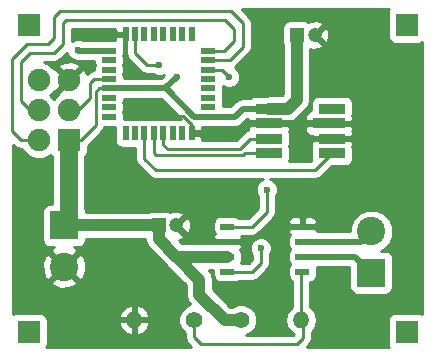
<source format=gbr>
G04 #@! TF.FileFunction,Copper,L1,Top,Signal*
%FSLAX46Y46*%
G04 Gerber Fmt 4.6, Leading zero omitted, Abs format (unit mm)*
G04 Created by KiCad (PCBNEW 4.0.6) date 2017 July 13, Thursday 09:48:37*
%MOMM*%
%LPD*%
G01*
G04 APERTURE LIST*
%ADD10C,0.100000*%
%ADD11R,1.900000X1.900000*%
%ADD12C,1.900000*%
%ADD13R,1.200000X1.200000*%
%ADD14C,1.200000*%
%ADD15C,2.400000*%
%ADD16R,2.400000X2.400000*%
%ADD17C,1.400000*%
%ADD18O,1.400000X1.400000*%
%ADD19R,1.200000X0.500000*%
%ADD20R,0.500000X1.200000*%
%ADD21R,1.143000X0.508000*%
%ADD22R,2.250000X0.900000*%
%ADD23R,2.800000X0.900000*%
%ADD24C,0.600000*%
%ADD25C,1.500000*%
%ADD26C,0.500000*%
%ADD27C,0.250000*%
%ADD28C,1.000000*%
%ADD29C,0.254000*%
G04 APERTURE END LIST*
D10*
D11*
X120396000Y-96774000D03*
D12*
X117856000Y-96774000D03*
X120396000Y-94234000D03*
X117856000Y-94234000D03*
X120396000Y-91694000D03*
X117856000Y-91694000D03*
D13*
X139700000Y-87884000D03*
D14*
X141200000Y-87884000D03*
D13*
X128000000Y-104000000D03*
D14*
X129500000Y-104000000D03*
D15*
X120000000Y-107500000D03*
D16*
X120000000Y-104000000D03*
D15*
X146000000Y-104500000D03*
D16*
X146000000Y-108000000D03*
D17*
X135000000Y-112000000D03*
D18*
X140080000Y-112000000D03*
D17*
X131000000Y-112000000D03*
D18*
X125920000Y-112000000D03*
D19*
X123800000Y-89200000D03*
X123800000Y-90000000D03*
X123800000Y-90800000D03*
X123800000Y-91600000D03*
X123800000Y-92400000D03*
X123800000Y-93200000D03*
X123800000Y-94000000D03*
X123800000Y-94800000D03*
D20*
X125200000Y-96200000D03*
X126000000Y-96200000D03*
X126800000Y-96200000D03*
X127600000Y-96200000D03*
X128400000Y-96200000D03*
X129200000Y-96200000D03*
X130000000Y-96200000D03*
X130800000Y-96200000D03*
D19*
X132200000Y-94800000D03*
X132200000Y-94000000D03*
X132200000Y-93200000D03*
X132200000Y-92400000D03*
X132200000Y-91600000D03*
X132200000Y-90800000D03*
X132200000Y-90000000D03*
X132200000Y-89200000D03*
D20*
X130800000Y-87800000D03*
X130000000Y-87800000D03*
X129200000Y-87800000D03*
X128400000Y-87800000D03*
X127600000Y-87800000D03*
X126800000Y-87800000D03*
X126000000Y-87800000D03*
X125200000Y-87800000D03*
D21*
X140175000Y-104095000D03*
X140175000Y-105365000D03*
X140175000Y-106635000D03*
X140175000Y-107905000D03*
X133825000Y-107905000D03*
X133825000Y-106635000D03*
X133825000Y-105365000D03*
X133825000Y-104095000D03*
D11*
X117000000Y-113000000D03*
X149000000Y-87000000D03*
X149000000Y-113000000D03*
X117000000Y-87000000D03*
D22*
X137325270Y-94098830D03*
X137325270Y-95348831D03*
X137325270Y-96648831D03*
X137325270Y-97898830D03*
X142675280Y-94098830D03*
D23*
X142400280Y-95348831D03*
D22*
X142675280Y-96648831D03*
X142675280Y-97898830D03*
D24*
X121158000Y-89154000D03*
X129540000Y-91440000D03*
X125984000Y-93980000D03*
X125984000Y-90932000D03*
X137160000Y-100965000D03*
X133985000Y-91440000D03*
X136652000Y-105918000D03*
X128016000Y-90424000D03*
D25*
X120396000Y-96774000D02*
X120396000Y-103604000D01*
X120396000Y-103604000D02*
X120000000Y-104000000D01*
D26*
X128524000Y-92400000D02*
X128580000Y-92400000D01*
X121204000Y-89200000D02*
X123800000Y-89200000D01*
X121158000Y-89154000D02*
X121204000Y-89200000D01*
X128580000Y-92400000D02*
X129540000Y-91440000D01*
D27*
X122682000Y-92710000D02*
X122682000Y-95504000D01*
X122992000Y-92400000D02*
X122682000Y-92710000D01*
X123800000Y-92400000D02*
X122992000Y-92400000D01*
X121412000Y-96774000D02*
X120396000Y-96774000D01*
X122682000Y-95504000D02*
X121412000Y-96774000D01*
D28*
X139700000Y-87884000D02*
X139700000Y-93345000D01*
X138946170Y-94098830D02*
X137325270Y-94098830D01*
X139700000Y-93345000D02*
X138946170Y-94098830D01*
D26*
X132200000Y-94800000D02*
X134435000Y-94800000D01*
X135136170Y-94098830D02*
X137325270Y-94098830D01*
X134435000Y-94800000D02*
X135136170Y-94098830D01*
X132200000Y-94800000D02*
X130995000Y-94800000D01*
X128595000Y-92400000D02*
X128524000Y-92400000D01*
X128524000Y-92400000D02*
X123800000Y-92400000D01*
X130995000Y-94800000D02*
X128595000Y-92400000D01*
D28*
X129540000Y-106635000D02*
X129540000Y-106680000D01*
X133590000Y-112000000D02*
X135000000Y-112000000D01*
X131445000Y-109855000D02*
X133590000Y-112000000D01*
X131445000Y-108585000D02*
X131445000Y-109855000D01*
X129540000Y-106680000D02*
X131445000Y-108585000D01*
X133825000Y-106635000D02*
X129540000Y-106635000D01*
X129540000Y-106635000D02*
X129495000Y-106635000D01*
X128000000Y-105140000D02*
X128000000Y-104000000D01*
X129495000Y-106635000D02*
X128000000Y-105140000D01*
X120000000Y-104000000D02*
X128000000Y-104000000D01*
D27*
X125200000Y-87800000D02*
X125200000Y-90148000D01*
X130800000Y-95494000D02*
X130800000Y-96200000D01*
X130048000Y-94742000D02*
X130800000Y-95494000D01*
X126746000Y-94742000D02*
X130048000Y-94742000D01*
X125984000Y-93980000D02*
X126746000Y-94742000D01*
X125200000Y-90148000D02*
X125984000Y-90932000D01*
D26*
X137325270Y-95348831D02*
X142400280Y-95348831D01*
X130800000Y-96200000D02*
X134940000Y-96200000D01*
X134940000Y-96200000D02*
X135791169Y-95348831D01*
X135791169Y-95348831D02*
X137325270Y-95348831D01*
X145135000Y-105365000D02*
X146000000Y-104500000D01*
X140175000Y-105365000D02*
X145135000Y-105365000D01*
X144635000Y-106635000D02*
X146000000Y-108000000D01*
X140175000Y-106635000D02*
X144635000Y-106635000D01*
D27*
X117856000Y-96774000D02*
X116332000Y-96774000D01*
X134028000Y-90000000D02*
X132200000Y-90000000D01*
X135128000Y-88900000D02*
X134028000Y-90000000D01*
X135128000Y-86868000D02*
X135128000Y-88900000D01*
X134112000Y-85852000D02*
X135128000Y-86868000D01*
X119634000Y-85852000D02*
X134112000Y-85852000D01*
X119126000Y-86360000D02*
X119634000Y-85852000D01*
X119126000Y-88138000D02*
X119126000Y-86360000D01*
X118618000Y-88646000D02*
X119126000Y-88138000D01*
X116840000Y-88646000D02*
X118618000Y-88646000D01*
X115570000Y-89916000D02*
X116840000Y-88646000D01*
X115570000Y-96012000D02*
X115570000Y-89916000D01*
X116332000Y-96774000D02*
X115570000Y-96012000D01*
X132284000Y-89916000D02*
X132200000Y-90000000D01*
X123800000Y-91600000D02*
X122522000Y-91600000D01*
X122174000Y-93218000D02*
X121158000Y-94234000D01*
X122174000Y-91948000D02*
X122174000Y-93218000D01*
X122522000Y-91600000D02*
X122174000Y-91948000D01*
X121158000Y-94234000D02*
X120396000Y-94234000D01*
X120396000Y-94234000D02*
X120904000Y-94234000D01*
X123706000Y-91694000D02*
X123800000Y-91600000D01*
X117856000Y-94234000D02*
X117094000Y-94234000D01*
X117094000Y-94234000D02*
X116332000Y-93472000D01*
X116332000Y-93472000D02*
X116332000Y-90170000D01*
X116332000Y-90170000D02*
X117094000Y-89408000D01*
X117094000Y-89408000D02*
X119126000Y-89408000D01*
X119126000Y-89408000D02*
X119888000Y-88646000D01*
X119888000Y-88646000D02*
X119888000Y-86868000D01*
X119888000Y-86868000D02*
X120142000Y-86614000D01*
X120142000Y-86614000D02*
X133604000Y-86614000D01*
X133604000Y-86614000D02*
X134366000Y-87376000D01*
X134366000Y-87376000D02*
X134366000Y-88392000D01*
X134366000Y-88392000D02*
X133558000Y-89200000D01*
X133558000Y-89200000D02*
X132200000Y-89200000D01*
X140080000Y-112000000D02*
X140080000Y-108000000D01*
X140080000Y-108000000D02*
X140175000Y-107905000D01*
X131000000Y-112000000D02*
X131000000Y-113474000D01*
X140208000Y-113538000D02*
X140208000Y-112128000D01*
X139700000Y-114046000D02*
X140208000Y-113538000D01*
X131572000Y-114046000D02*
X139700000Y-114046000D01*
X131000000Y-113474000D02*
X131572000Y-114046000D01*
X140208000Y-112128000D02*
X140080000Y-112000000D01*
X126800000Y-96200000D02*
X126800000Y-98352000D01*
X141260110Y-99314000D02*
X142675280Y-97898830D01*
X127762000Y-99314000D02*
X141260110Y-99314000D01*
X126800000Y-98352000D02*
X127762000Y-99314000D01*
X137325270Y-97898830D02*
X135273170Y-97898830D01*
X127600000Y-97882000D02*
X127600000Y-96200000D01*
X127762000Y-98044000D02*
X127600000Y-97882000D01*
X135128000Y-98044000D02*
X127762000Y-98044000D01*
X135273170Y-97898830D02*
X135128000Y-98044000D01*
X128400000Y-96200000D02*
X128400000Y-97158000D01*
X135761169Y-96648831D02*
X137325270Y-96648831D01*
X134874000Y-97536000D02*
X135761169Y-96648831D01*
X128778000Y-97536000D02*
X134874000Y-97536000D01*
X128400000Y-97158000D02*
X128778000Y-97536000D01*
X132200000Y-90800000D02*
X133345000Y-90800000D01*
X135890000Y-104140000D02*
X133870000Y-104140000D01*
X137160000Y-102870000D02*
X135890000Y-104140000D01*
X137160000Y-100965000D02*
X137160000Y-102870000D01*
X133345000Y-90800000D02*
X133985000Y-91440000D01*
X133870000Y-104140000D02*
X133825000Y-104095000D01*
X135935000Y-107905000D02*
X133825000Y-107905000D01*
X136652000Y-107188000D02*
X135935000Y-107905000D01*
X136652000Y-105918000D02*
X136652000Y-107188000D01*
X126000000Y-89424000D02*
X127000000Y-90424000D01*
X127000000Y-90424000D02*
X128016000Y-90424000D01*
X126000000Y-87800000D02*
X126000000Y-89424000D01*
D29*
G36*
X115794599Y-97311401D02*
X116041161Y-97476148D01*
X116332000Y-97534000D01*
X116455053Y-97534000D01*
X116511519Y-97670657D01*
X116956997Y-98116914D01*
X117539341Y-98358724D01*
X118169893Y-98359275D01*
X118752657Y-98118481D01*
X118869927Y-98001415D01*
X118981910Y-98175441D01*
X119011000Y-98195317D01*
X119011000Y-102152560D01*
X118800000Y-102152560D01*
X118564683Y-102196838D01*
X118348559Y-102335910D01*
X118203569Y-102548110D01*
X118152560Y-102800000D01*
X118152560Y-105200000D01*
X118196838Y-105435317D01*
X118335910Y-105651441D01*
X118548110Y-105796431D01*
X118800000Y-105847440D01*
X119169181Y-105847440D01*
X119005565Y-105915212D01*
X118882430Y-106202825D01*
X120000000Y-107320395D01*
X121117570Y-106202825D01*
X120994435Y-105915212D01*
X120816564Y-105847440D01*
X121200000Y-105847440D01*
X121435317Y-105803162D01*
X121651441Y-105664090D01*
X121796431Y-105451890D01*
X121847440Y-105200000D01*
X121847440Y-105135000D01*
X126865000Y-105135000D01*
X126865000Y-105140000D01*
X126951397Y-105574346D01*
X127087366Y-105777838D01*
X127197434Y-105942566D01*
X128692434Y-107437566D01*
X128719410Y-107455591D01*
X128737434Y-107482566D01*
X130310000Y-109055132D01*
X130310000Y-109855000D01*
X130396397Y-110289346D01*
X130642434Y-110657566D01*
X130674776Y-110689908D01*
X130244771Y-110867582D01*
X129868902Y-111242796D01*
X129665232Y-111733287D01*
X129664769Y-112264383D01*
X129867582Y-112755229D01*
X130240000Y-113128297D01*
X130240000Y-113474000D01*
X130297852Y-113764839D01*
X130462599Y-114011401D01*
X130741198Y-114290000D01*
X118486228Y-114290000D01*
X118546431Y-114201890D01*
X118597440Y-113950000D01*
X118597440Y-112333329D01*
X124627284Y-112333329D01*
X124770203Y-112678396D01*
X125117337Y-113066764D01*
X125586669Y-113292727D01*
X125793000Y-113170206D01*
X125793000Y-112127000D01*
X126047000Y-112127000D01*
X126047000Y-113170206D01*
X126253331Y-113292727D01*
X126722663Y-113066764D01*
X127069797Y-112678396D01*
X127212716Y-112333329D01*
X127089374Y-112127000D01*
X126047000Y-112127000D01*
X125793000Y-112127000D01*
X124750626Y-112127000D01*
X124627284Y-112333329D01*
X118597440Y-112333329D01*
X118597440Y-112050000D01*
X118553162Y-111814683D01*
X118457919Y-111666671D01*
X124627284Y-111666671D01*
X124750626Y-111873000D01*
X125793000Y-111873000D01*
X125793000Y-110829794D01*
X126047000Y-110829794D01*
X126047000Y-111873000D01*
X127089374Y-111873000D01*
X127212716Y-111666671D01*
X127069797Y-111321604D01*
X126722663Y-110933236D01*
X126253331Y-110707273D01*
X126047000Y-110829794D01*
X125793000Y-110829794D01*
X125586669Y-110707273D01*
X125117337Y-110933236D01*
X124770203Y-111321604D01*
X124627284Y-111666671D01*
X118457919Y-111666671D01*
X118414090Y-111598559D01*
X118201890Y-111453569D01*
X117950000Y-111402560D01*
X116050000Y-111402560D01*
X115814683Y-111446838D01*
X115710000Y-111514200D01*
X115710000Y-108797175D01*
X118882430Y-108797175D01*
X119005565Y-109084788D01*
X119687734Y-109344707D01*
X120417443Y-109323786D01*
X120994435Y-109084788D01*
X121117570Y-108797175D01*
X120000000Y-107679605D01*
X118882430Y-108797175D01*
X115710000Y-108797175D01*
X115710000Y-107187734D01*
X118155293Y-107187734D01*
X118176214Y-107917443D01*
X118415212Y-108494435D01*
X118702825Y-108617570D01*
X119820395Y-107500000D01*
X120179605Y-107500000D01*
X121297175Y-108617570D01*
X121584788Y-108494435D01*
X121844707Y-107812266D01*
X121823786Y-107082557D01*
X121584788Y-106505565D01*
X121297175Y-106382430D01*
X120179605Y-107500000D01*
X119820395Y-107500000D01*
X118702825Y-106382430D01*
X118415212Y-106505565D01*
X118155293Y-107187734D01*
X115710000Y-107187734D01*
X115710000Y-97226802D01*
X115794599Y-97311401D01*
X115794599Y-97311401D01*
G37*
X115794599Y-97311401D02*
X116041161Y-97476148D01*
X116332000Y-97534000D01*
X116455053Y-97534000D01*
X116511519Y-97670657D01*
X116956997Y-98116914D01*
X117539341Y-98358724D01*
X118169893Y-98359275D01*
X118752657Y-98118481D01*
X118869927Y-98001415D01*
X118981910Y-98175441D01*
X119011000Y-98195317D01*
X119011000Y-102152560D01*
X118800000Y-102152560D01*
X118564683Y-102196838D01*
X118348559Y-102335910D01*
X118203569Y-102548110D01*
X118152560Y-102800000D01*
X118152560Y-105200000D01*
X118196838Y-105435317D01*
X118335910Y-105651441D01*
X118548110Y-105796431D01*
X118800000Y-105847440D01*
X119169181Y-105847440D01*
X119005565Y-105915212D01*
X118882430Y-106202825D01*
X120000000Y-107320395D01*
X121117570Y-106202825D01*
X120994435Y-105915212D01*
X120816564Y-105847440D01*
X121200000Y-105847440D01*
X121435317Y-105803162D01*
X121651441Y-105664090D01*
X121796431Y-105451890D01*
X121847440Y-105200000D01*
X121847440Y-105135000D01*
X126865000Y-105135000D01*
X126865000Y-105140000D01*
X126951397Y-105574346D01*
X127087366Y-105777838D01*
X127197434Y-105942566D01*
X128692434Y-107437566D01*
X128719410Y-107455591D01*
X128737434Y-107482566D01*
X130310000Y-109055132D01*
X130310000Y-109855000D01*
X130396397Y-110289346D01*
X130642434Y-110657566D01*
X130674776Y-110689908D01*
X130244771Y-110867582D01*
X129868902Y-111242796D01*
X129665232Y-111733287D01*
X129664769Y-112264383D01*
X129867582Y-112755229D01*
X130240000Y-113128297D01*
X130240000Y-113474000D01*
X130297852Y-113764839D01*
X130462599Y-114011401D01*
X130741198Y-114290000D01*
X118486228Y-114290000D01*
X118546431Y-114201890D01*
X118597440Y-113950000D01*
X118597440Y-112333329D01*
X124627284Y-112333329D01*
X124770203Y-112678396D01*
X125117337Y-113066764D01*
X125586669Y-113292727D01*
X125793000Y-113170206D01*
X125793000Y-112127000D01*
X126047000Y-112127000D01*
X126047000Y-113170206D01*
X126253331Y-113292727D01*
X126722663Y-113066764D01*
X127069797Y-112678396D01*
X127212716Y-112333329D01*
X127089374Y-112127000D01*
X126047000Y-112127000D01*
X125793000Y-112127000D01*
X124750626Y-112127000D01*
X124627284Y-112333329D01*
X118597440Y-112333329D01*
X118597440Y-112050000D01*
X118553162Y-111814683D01*
X118457919Y-111666671D01*
X124627284Y-111666671D01*
X124750626Y-111873000D01*
X125793000Y-111873000D01*
X125793000Y-110829794D01*
X126047000Y-110829794D01*
X126047000Y-111873000D01*
X127089374Y-111873000D01*
X127212716Y-111666671D01*
X127069797Y-111321604D01*
X126722663Y-110933236D01*
X126253331Y-110707273D01*
X126047000Y-110829794D01*
X125793000Y-110829794D01*
X125586669Y-110707273D01*
X125117337Y-110933236D01*
X124770203Y-111321604D01*
X124627284Y-111666671D01*
X118457919Y-111666671D01*
X118414090Y-111598559D01*
X118201890Y-111453569D01*
X117950000Y-111402560D01*
X116050000Y-111402560D01*
X115814683Y-111446838D01*
X115710000Y-111514200D01*
X115710000Y-108797175D01*
X118882430Y-108797175D01*
X119005565Y-109084788D01*
X119687734Y-109344707D01*
X120417443Y-109323786D01*
X120994435Y-109084788D01*
X121117570Y-108797175D01*
X120000000Y-107679605D01*
X118882430Y-108797175D01*
X115710000Y-108797175D01*
X115710000Y-107187734D01*
X118155293Y-107187734D01*
X118176214Y-107917443D01*
X118415212Y-108494435D01*
X118702825Y-108617570D01*
X119820395Y-107500000D01*
X120179605Y-107500000D01*
X121297175Y-108617570D01*
X121584788Y-108494435D01*
X121844707Y-107812266D01*
X121823786Y-107082557D01*
X121584788Y-106505565D01*
X121297175Y-106382430D01*
X120179605Y-107500000D01*
X119820395Y-107500000D01*
X118702825Y-106382430D01*
X118415212Y-106505565D01*
X118155293Y-107187734D01*
X115710000Y-107187734D01*
X115710000Y-97226802D01*
X115794599Y-97311401D01*
G36*
X147453569Y-85798110D02*
X147402560Y-86050000D01*
X147402560Y-87950000D01*
X147446838Y-88185317D01*
X147585910Y-88401441D01*
X147798110Y-88546431D01*
X148050000Y-88597440D01*
X149950000Y-88597440D01*
X150185317Y-88553162D01*
X150290000Y-88485800D01*
X150290000Y-111513772D01*
X150201890Y-111453569D01*
X149950000Y-111402560D01*
X148050000Y-111402560D01*
X147814683Y-111446838D01*
X147598559Y-111585910D01*
X147453569Y-111798110D01*
X147402560Y-112050000D01*
X147402560Y-113950000D01*
X147446838Y-114185317D01*
X147514200Y-114290000D01*
X140530802Y-114290000D01*
X140745401Y-114075401D01*
X140910147Y-113828840D01*
X140910148Y-113828839D01*
X140968000Y-113538000D01*
X140968000Y-112998873D01*
X141050142Y-112943988D01*
X141339533Y-112510882D01*
X141441154Y-112000000D01*
X141339533Y-111489118D01*
X141050142Y-111056012D01*
X140840000Y-110915600D01*
X140840000Y-108788847D01*
X140981817Y-108762162D01*
X141197941Y-108623090D01*
X141342931Y-108410890D01*
X141393940Y-108159000D01*
X141393940Y-107651000D01*
X141369291Y-107520000D01*
X144152560Y-107520000D01*
X144152560Y-109200000D01*
X144196838Y-109435317D01*
X144335910Y-109651441D01*
X144548110Y-109796431D01*
X144800000Y-109847440D01*
X147200000Y-109847440D01*
X147435317Y-109803162D01*
X147651441Y-109664090D01*
X147796431Y-109451890D01*
X147847440Y-109200000D01*
X147847440Y-106800000D01*
X147803162Y-106564683D01*
X147664090Y-106348559D01*
X147451890Y-106203569D01*
X147200000Y-106152560D01*
X146805712Y-106152560D01*
X147038086Y-106056545D01*
X147554730Y-105540801D01*
X147834681Y-104866605D01*
X147835318Y-104136597D01*
X147556545Y-103461914D01*
X147040801Y-102945270D01*
X146366605Y-102665319D01*
X145636597Y-102664682D01*
X144961914Y-102943455D01*
X144445270Y-103459199D01*
X144165319Y-104133395D01*
X144165017Y-104480000D01*
X141379557Y-104480000D01*
X141381500Y-104475309D01*
X141381500Y-104380750D01*
X141222750Y-104222000D01*
X140302000Y-104222000D01*
X140302000Y-104242000D01*
X140048000Y-104242000D01*
X140048000Y-104222000D01*
X139127250Y-104222000D01*
X138968500Y-104380750D01*
X138968500Y-104475309D01*
X139065173Y-104708698D01*
X139091709Y-104735235D01*
X139007069Y-104859110D01*
X138956060Y-105111000D01*
X138956060Y-105619000D01*
X139000338Y-105854317D01*
X139094666Y-106000907D01*
X139007069Y-106129110D01*
X138956060Y-106381000D01*
X138956060Y-106889000D01*
X139000338Y-107124317D01*
X139094666Y-107270907D01*
X139007069Y-107399110D01*
X138956060Y-107651000D01*
X138956060Y-108159000D01*
X139000338Y-108394317D01*
X139139410Y-108610441D01*
X139320000Y-108733833D01*
X139320000Y-110915600D01*
X139109858Y-111056012D01*
X138820467Y-111489118D01*
X138718846Y-112000000D01*
X138820467Y-112510882D01*
X139109858Y-112943988D01*
X139448000Y-113169926D01*
X139448000Y-113223198D01*
X139385198Y-113286000D01*
X135383531Y-113286000D01*
X135755229Y-113132418D01*
X136131098Y-112757204D01*
X136334768Y-112266713D01*
X136335231Y-111735617D01*
X136132418Y-111244771D01*
X135757204Y-110868902D01*
X135266713Y-110665232D01*
X134735617Y-110664769D01*
X134251020Y-110865000D01*
X134060132Y-110865000D01*
X132580000Y-109384868D01*
X132580000Y-108585000D01*
X132493603Y-108150654D01*
X132247566Y-107782434D01*
X132235132Y-107770000D01*
X132606060Y-107770000D01*
X132606060Y-108159000D01*
X132650338Y-108394317D01*
X132789410Y-108610441D01*
X133001610Y-108755431D01*
X133253500Y-108806440D01*
X134396500Y-108806440D01*
X134631817Y-108762162D01*
X134782811Y-108665000D01*
X135935000Y-108665000D01*
X136225839Y-108607148D01*
X136472401Y-108442401D01*
X137189401Y-107725401D01*
X137354148Y-107478839D01*
X137412000Y-107188000D01*
X137412000Y-106480463D01*
X137444192Y-106448327D01*
X137586838Y-106104799D01*
X137587162Y-105732833D01*
X137445117Y-105389057D01*
X137182327Y-105125808D01*
X136838799Y-104983162D01*
X136466833Y-104982838D01*
X136123057Y-105124883D01*
X135859808Y-105387673D01*
X135717162Y-105731201D01*
X135716838Y-106103167D01*
X135858883Y-106446943D01*
X135892000Y-106480118D01*
X135892000Y-106873198D01*
X135620198Y-107145000D01*
X134990123Y-107145000D01*
X134992931Y-107140890D01*
X135043940Y-106889000D01*
X135043940Y-106381000D01*
X134999662Y-106145683D01*
X134908896Y-106004629D01*
X134934827Y-105978698D01*
X135031500Y-105745309D01*
X135031500Y-105650750D01*
X134872750Y-105492000D01*
X133952000Y-105492000D01*
X133952000Y-105512000D01*
X133885328Y-105512000D01*
X133825000Y-105500000D01*
X133698000Y-105500000D01*
X133698000Y-105492000D01*
X132777250Y-105492000D01*
X132769250Y-105500000D01*
X129965132Y-105500000D01*
X129690697Y-105225565D01*
X129821413Y-105217482D01*
X130133617Y-105088164D01*
X130183130Y-104862735D01*
X129500000Y-104179605D01*
X129485858Y-104193748D01*
X129306253Y-104014143D01*
X129320395Y-104000000D01*
X129679605Y-104000000D01*
X130362735Y-104683130D01*
X130588164Y-104633617D01*
X130747807Y-104168964D01*
X130717482Y-103678587D01*
X130588164Y-103366383D01*
X130362735Y-103316870D01*
X129679605Y-104000000D01*
X129320395Y-104000000D01*
X129306253Y-103985858D01*
X129485858Y-103806253D01*
X129500000Y-103820395D01*
X130183130Y-103137265D01*
X130133617Y-102911836D01*
X129668964Y-102752193D01*
X129178587Y-102782518D01*
X128956010Y-102874711D01*
X128851890Y-102803569D01*
X128600000Y-102752560D01*
X127400000Y-102752560D01*
X127164683Y-102796838D01*
X127058756Y-102865000D01*
X121847440Y-102865000D01*
X121847440Y-102800000D01*
X121803162Y-102564683D01*
X121781000Y-102530242D01*
X121781000Y-98198669D01*
X121797441Y-98188090D01*
X121942431Y-97975890D01*
X121993440Y-97724000D01*
X121993440Y-97267362D01*
X123219401Y-96041401D01*
X123384148Y-95794840D01*
X123403522Y-95697440D01*
X124302560Y-95697440D01*
X124302560Y-96800000D01*
X124346838Y-97035317D01*
X124485910Y-97251441D01*
X124698110Y-97396431D01*
X124950000Y-97447440D01*
X125450000Y-97447440D01*
X125605507Y-97418179D01*
X125750000Y-97447440D01*
X126040000Y-97447440D01*
X126040000Y-98352000D01*
X126097852Y-98642839D01*
X126262599Y-98889401D01*
X127224599Y-99851401D01*
X127471160Y-100016148D01*
X127519414Y-100025746D01*
X127762000Y-100074000D01*
X136867953Y-100074000D01*
X136631057Y-100171883D01*
X136367808Y-100434673D01*
X136225162Y-100778201D01*
X136224838Y-101150167D01*
X136366883Y-101493943D01*
X136400000Y-101527118D01*
X136400000Y-102555198D01*
X135575198Y-103380000D01*
X134846600Y-103380000D01*
X134648390Y-103244569D01*
X134396500Y-103193560D01*
X133253500Y-103193560D01*
X133018183Y-103237838D01*
X132802059Y-103376910D01*
X132657069Y-103589110D01*
X132606060Y-103841000D01*
X132606060Y-104349000D01*
X132650338Y-104584317D01*
X132741104Y-104725371D01*
X132715173Y-104751302D01*
X132618500Y-104984691D01*
X132618500Y-105079250D01*
X132777250Y-105238000D01*
X133698000Y-105238000D01*
X133698000Y-105218000D01*
X133952000Y-105218000D01*
X133952000Y-105238000D01*
X134872750Y-105238000D01*
X135031500Y-105079250D01*
X135031500Y-104984691D01*
X134996420Y-104900000D01*
X135890000Y-104900000D01*
X136180839Y-104842148D01*
X136427401Y-104677401D01*
X137390111Y-103714691D01*
X138968500Y-103714691D01*
X138968500Y-103809250D01*
X139127250Y-103968000D01*
X140048000Y-103968000D01*
X140048000Y-103364750D01*
X140302000Y-103364750D01*
X140302000Y-103968000D01*
X141222750Y-103968000D01*
X141381500Y-103809250D01*
X141381500Y-103714691D01*
X141284827Y-103481302D01*
X141106199Y-103302673D01*
X140872810Y-103206000D01*
X140460750Y-103206000D01*
X140302000Y-103364750D01*
X140048000Y-103364750D01*
X139889250Y-103206000D01*
X139477190Y-103206000D01*
X139243801Y-103302673D01*
X139065173Y-103481302D01*
X138968500Y-103714691D01*
X137390111Y-103714691D01*
X137697401Y-103407401D01*
X137862148Y-103160840D01*
X137920000Y-102870000D01*
X137920000Y-101527463D01*
X137952192Y-101495327D01*
X138094838Y-101151799D01*
X138095162Y-100779833D01*
X137953117Y-100436057D01*
X137690327Y-100172808D01*
X137452372Y-100074000D01*
X141260110Y-100074000D01*
X141550949Y-100016148D01*
X141797511Y-99851401D01*
X142652642Y-98996270D01*
X143800280Y-98996270D01*
X144035597Y-98951992D01*
X144251721Y-98812920D01*
X144396711Y-98600720D01*
X144447720Y-98348830D01*
X144447720Y-97448830D01*
X144414892Y-97274363D01*
X144435280Y-97225141D01*
X144435280Y-96934581D01*
X144276530Y-96775831D01*
X142802280Y-96775831D01*
X142802280Y-96795831D01*
X142548280Y-96795831D01*
X142548280Y-96775831D01*
X141074030Y-96775831D01*
X140915280Y-96934581D01*
X140915280Y-97225141D01*
X140937349Y-97278420D01*
X140902840Y-97448830D01*
X140902840Y-98348830D01*
X140941445Y-98554000D01*
X139056162Y-98554000D01*
X139097710Y-98348830D01*
X139097710Y-97448830D01*
X139063573Y-97267406D01*
X139097710Y-97098831D01*
X139097710Y-96198831D01*
X139058412Y-95989981D01*
X139085270Y-95925141D01*
X139085270Y-95634581D01*
X140365280Y-95634581D01*
X140365280Y-95925141D01*
X140461953Y-96158530D01*
X140640582Y-96337158D01*
X140873971Y-96433831D01*
X140986030Y-96433831D01*
X141074030Y-96521831D01*
X142548280Y-96521831D01*
X142548280Y-96501831D01*
X142802280Y-96501831D01*
X142802280Y-96521831D01*
X144276530Y-96521831D01*
X144435280Y-96363081D01*
X144435280Y-96072521D01*
X144404757Y-95998831D01*
X144435280Y-95925141D01*
X144435280Y-95634581D01*
X144276530Y-95475831D01*
X142527280Y-95475831D01*
X142527280Y-95495831D01*
X142273280Y-95495831D01*
X142273280Y-95475831D01*
X140524030Y-95475831D01*
X140365280Y-95634581D01*
X139085270Y-95634581D01*
X138926520Y-95475831D01*
X137452270Y-95475831D01*
X137452270Y-95495831D01*
X137198270Y-95495831D01*
X137198270Y-95475831D01*
X135724020Y-95475831D01*
X135565270Y-95634581D01*
X135565270Y-95925141D01*
X135566287Y-95927596D01*
X135518583Y-95937085D01*
X135470329Y-95946683D01*
X135223768Y-96111430D01*
X134559198Y-96776000D01*
X131685000Y-96776000D01*
X131685000Y-96485750D01*
X131526250Y-96327000D01*
X130925000Y-96327000D01*
X130925000Y-96347000D01*
X130897440Y-96347000D01*
X130897440Y-96053000D01*
X130925000Y-96053000D01*
X130925000Y-96073000D01*
X131526250Y-96073000D01*
X131685000Y-95914250D01*
X131685000Y-95697440D01*
X132800000Y-95697440D01*
X132866113Y-95685000D01*
X134434995Y-95685000D01*
X134435000Y-95685001D01*
X134717484Y-95628810D01*
X134773675Y-95617633D01*
X135060790Y-95425790D01*
X135502749Y-94983830D01*
X135565270Y-94983830D01*
X135565270Y-95063081D01*
X135724020Y-95221831D01*
X137198270Y-95221831D01*
X137198270Y-95208568D01*
X137325270Y-95233830D01*
X138946170Y-95233830D01*
X139380516Y-95147433D01*
X139748736Y-94901396D01*
X139877611Y-94772521D01*
X140365280Y-94772521D01*
X140365280Y-95063081D01*
X140524030Y-95221831D01*
X142273280Y-95221831D01*
X142273280Y-95201831D01*
X142527280Y-95201831D01*
X142527280Y-95221831D01*
X144276530Y-95221831D01*
X144435280Y-95063081D01*
X144435280Y-94772521D01*
X144413211Y-94719241D01*
X144447720Y-94548830D01*
X144447720Y-93648830D01*
X144403442Y-93413513D01*
X144264370Y-93197389D01*
X144052170Y-93052399D01*
X143800280Y-93001390D01*
X141550280Y-93001390D01*
X141314963Y-93045668D01*
X141098839Y-93184740D01*
X140953849Y-93396940D01*
X140902840Y-93648830D01*
X140902840Y-94263831D01*
X140873971Y-94263831D01*
X140640582Y-94360504D01*
X140461953Y-94539132D01*
X140365280Y-94772521D01*
X139877611Y-94772521D01*
X140502566Y-94147566D01*
X140748604Y-93779345D01*
X140835000Y-93345000D01*
X140835000Y-89064454D01*
X141031036Y-89131807D01*
X141521413Y-89101482D01*
X141833617Y-88972164D01*
X141883130Y-88746735D01*
X141200000Y-88063605D01*
X141185858Y-88077748D01*
X141006253Y-87898143D01*
X141020395Y-87884000D01*
X141379605Y-87884000D01*
X142062735Y-88567130D01*
X142288164Y-88517617D01*
X142447807Y-88052964D01*
X142417482Y-87562587D01*
X142288164Y-87250383D01*
X142062735Y-87200870D01*
X141379605Y-87884000D01*
X141020395Y-87884000D01*
X141006253Y-87869858D01*
X141185858Y-87690253D01*
X141200000Y-87704395D01*
X141883130Y-87021265D01*
X141833617Y-86795836D01*
X141368964Y-86636193D01*
X140878587Y-86666518D01*
X140656010Y-86758711D01*
X140551890Y-86687569D01*
X140300000Y-86636560D01*
X139100000Y-86636560D01*
X138864683Y-86680838D01*
X138648559Y-86819910D01*
X138503569Y-87032110D01*
X138452560Y-87284000D01*
X138452560Y-88484000D01*
X138496838Y-88719317D01*
X138565000Y-88825244D01*
X138565000Y-92874868D01*
X138476038Y-92963830D01*
X137325270Y-92963830D01*
X137136444Y-93001390D01*
X136200270Y-93001390D01*
X135964953Y-93045668D01*
X135748829Y-93184740D01*
X135728953Y-93213830D01*
X135136175Y-93213830D01*
X135136170Y-93213829D01*
X134807157Y-93279275D01*
X134797495Y-93281197D01*
X134510380Y-93473040D01*
X134510378Y-93473043D01*
X134068420Y-93915000D01*
X133447440Y-93915000D01*
X133447440Y-93750000D01*
X133418179Y-93594493D01*
X133447440Y-93450000D01*
X133447440Y-92950000D01*
X133418179Y-92794493D01*
X133447440Y-92650000D01*
X133447440Y-92224946D01*
X133454673Y-92232192D01*
X133798201Y-92374838D01*
X134170167Y-92375162D01*
X134513943Y-92233117D01*
X134777192Y-91970327D01*
X134919838Y-91626799D01*
X134920162Y-91254833D01*
X134778117Y-90911057D01*
X134515327Y-90647808D01*
X134444303Y-90618316D01*
X134565401Y-90537401D01*
X135665401Y-89437401D01*
X135830148Y-89190839D01*
X135888000Y-88900000D01*
X135888000Y-86868000D01*
X135830148Y-86577161D01*
X135665401Y-86330599D01*
X135044802Y-85710000D01*
X147513772Y-85710000D01*
X147453569Y-85798110D01*
X147453569Y-85798110D01*
G37*
X147453569Y-85798110D02*
X147402560Y-86050000D01*
X147402560Y-87950000D01*
X147446838Y-88185317D01*
X147585910Y-88401441D01*
X147798110Y-88546431D01*
X148050000Y-88597440D01*
X149950000Y-88597440D01*
X150185317Y-88553162D01*
X150290000Y-88485800D01*
X150290000Y-111513772D01*
X150201890Y-111453569D01*
X149950000Y-111402560D01*
X148050000Y-111402560D01*
X147814683Y-111446838D01*
X147598559Y-111585910D01*
X147453569Y-111798110D01*
X147402560Y-112050000D01*
X147402560Y-113950000D01*
X147446838Y-114185317D01*
X147514200Y-114290000D01*
X140530802Y-114290000D01*
X140745401Y-114075401D01*
X140910147Y-113828840D01*
X140910148Y-113828839D01*
X140968000Y-113538000D01*
X140968000Y-112998873D01*
X141050142Y-112943988D01*
X141339533Y-112510882D01*
X141441154Y-112000000D01*
X141339533Y-111489118D01*
X141050142Y-111056012D01*
X140840000Y-110915600D01*
X140840000Y-108788847D01*
X140981817Y-108762162D01*
X141197941Y-108623090D01*
X141342931Y-108410890D01*
X141393940Y-108159000D01*
X141393940Y-107651000D01*
X141369291Y-107520000D01*
X144152560Y-107520000D01*
X144152560Y-109200000D01*
X144196838Y-109435317D01*
X144335910Y-109651441D01*
X144548110Y-109796431D01*
X144800000Y-109847440D01*
X147200000Y-109847440D01*
X147435317Y-109803162D01*
X147651441Y-109664090D01*
X147796431Y-109451890D01*
X147847440Y-109200000D01*
X147847440Y-106800000D01*
X147803162Y-106564683D01*
X147664090Y-106348559D01*
X147451890Y-106203569D01*
X147200000Y-106152560D01*
X146805712Y-106152560D01*
X147038086Y-106056545D01*
X147554730Y-105540801D01*
X147834681Y-104866605D01*
X147835318Y-104136597D01*
X147556545Y-103461914D01*
X147040801Y-102945270D01*
X146366605Y-102665319D01*
X145636597Y-102664682D01*
X144961914Y-102943455D01*
X144445270Y-103459199D01*
X144165319Y-104133395D01*
X144165017Y-104480000D01*
X141379557Y-104480000D01*
X141381500Y-104475309D01*
X141381500Y-104380750D01*
X141222750Y-104222000D01*
X140302000Y-104222000D01*
X140302000Y-104242000D01*
X140048000Y-104242000D01*
X140048000Y-104222000D01*
X139127250Y-104222000D01*
X138968500Y-104380750D01*
X138968500Y-104475309D01*
X139065173Y-104708698D01*
X139091709Y-104735235D01*
X139007069Y-104859110D01*
X138956060Y-105111000D01*
X138956060Y-105619000D01*
X139000338Y-105854317D01*
X139094666Y-106000907D01*
X139007069Y-106129110D01*
X138956060Y-106381000D01*
X138956060Y-106889000D01*
X139000338Y-107124317D01*
X139094666Y-107270907D01*
X139007069Y-107399110D01*
X138956060Y-107651000D01*
X138956060Y-108159000D01*
X139000338Y-108394317D01*
X139139410Y-108610441D01*
X139320000Y-108733833D01*
X139320000Y-110915600D01*
X139109858Y-111056012D01*
X138820467Y-111489118D01*
X138718846Y-112000000D01*
X138820467Y-112510882D01*
X139109858Y-112943988D01*
X139448000Y-113169926D01*
X139448000Y-113223198D01*
X139385198Y-113286000D01*
X135383531Y-113286000D01*
X135755229Y-113132418D01*
X136131098Y-112757204D01*
X136334768Y-112266713D01*
X136335231Y-111735617D01*
X136132418Y-111244771D01*
X135757204Y-110868902D01*
X135266713Y-110665232D01*
X134735617Y-110664769D01*
X134251020Y-110865000D01*
X134060132Y-110865000D01*
X132580000Y-109384868D01*
X132580000Y-108585000D01*
X132493603Y-108150654D01*
X132247566Y-107782434D01*
X132235132Y-107770000D01*
X132606060Y-107770000D01*
X132606060Y-108159000D01*
X132650338Y-108394317D01*
X132789410Y-108610441D01*
X133001610Y-108755431D01*
X133253500Y-108806440D01*
X134396500Y-108806440D01*
X134631817Y-108762162D01*
X134782811Y-108665000D01*
X135935000Y-108665000D01*
X136225839Y-108607148D01*
X136472401Y-108442401D01*
X137189401Y-107725401D01*
X137354148Y-107478839D01*
X137412000Y-107188000D01*
X137412000Y-106480463D01*
X137444192Y-106448327D01*
X137586838Y-106104799D01*
X137587162Y-105732833D01*
X137445117Y-105389057D01*
X137182327Y-105125808D01*
X136838799Y-104983162D01*
X136466833Y-104982838D01*
X136123057Y-105124883D01*
X135859808Y-105387673D01*
X135717162Y-105731201D01*
X135716838Y-106103167D01*
X135858883Y-106446943D01*
X135892000Y-106480118D01*
X135892000Y-106873198D01*
X135620198Y-107145000D01*
X134990123Y-107145000D01*
X134992931Y-107140890D01*
X135043940Y-106889000D01*
X135043940Y-106381000D01*
X134999662Y-106145683D01*
X134908896Y-106004629D01*
X134934827Y-105978698D01*
X135031500Y-105745309D01*
X135031500Y-105650750D01*
X134872750Y-105492000D01*
X133952000Y-105492000D01*
X133952000Y-105512000D01*
X133885328Y-105512000D01*
X133825000Y-105500000D01*
X133698000Y-105500000D01*
X133698000Y-105492000D01*
X132777250Y-105492000D01*
X132769250Y-105500000D01*
X129965132Y-105500000D01*
X129690697Y-105225565D01*
X129821413Y-105217482D01*
X130133617Y-105088164D01*
X130183130Y-104862735D01*
X129500000Y-104179605D01*
X129485858Y-104193748D01*
X129306253Y-104014143D01*
X129320395Y-104000000D01*
X129679605Y-104000000D01*
X130362735Y-104683130D01*
X130588164Y-104633617D01*
X130747807Y-104168964D01*
X130717482Y-103678587D01*
X130588164Y-103366383D01*
X130362735Y-103316870D01*
X129679605Y-104000000D01*
X129320395Y-104000000D01*
X129306253Y-103985858D01*
X129485858Y-103806253D01*
X129500000Y-103820395D01*
X130183130Y-103137265D01*
X130133617Y-102911836D01*
X129668964Y-102752193D01*
X129178587Y-102782518D01*
X128956010Y-102874711D01*
X128851890Y-102803569D01*
X128600000Y-102752560D01*
X127400000Y-102752560D01*
X127164683Y-102796838D01*
X127058756Y-102865000D01*
X121847440Y-102865000D01*
X121847440Y-102800000D01*
X121803162Y-102564683D01*
X121781000Y-102530242D01*
X121781000Y-98198669D01*
X121797441Y-98188090D01*
X121942431Y-97975890D01*
X121993440Y-97724000D01*
X121993440Y-97267362D01*
X123219401Y-96041401D01*
X123384148Y-95794840D01*
X123403522Y-95697440D01*
X124302560Y-95697440D01*
X124302560Y-96800000D01*
X124346838Y-97035317D01*
X124485910Y-97251441D01*
X124698110Y-97396431D01*
X124950000Y-97447440D01*
X125450000Y-97447440D01*
X125605507Y-97418179D01*
X125750000Y-97447440D01*
X126040000Y-97447440D01*
X126040000Y-98352000D01*
X126097852Y-98642839D01*
X126262599Y-98889401D01*
X127224599Y-99851401D01*
X127471160Y-100016148D01*
X127519414Y-100025746D01*
X127762000Y-100074000D01*
X136867953Y-100074000D01*
X136631057Y-100171883D01*
X136367808Y-100434673D01*
X136225162Y-100778201D01*
X136224838Y-101150167D01*
X136366883Y-101493943D01*
X136400000Y-101527118D01*
X136400000Y-102555198D01*
X135575198Y-103380000D01*
X134846600Y-103380000D01*
X134648390Y-103244569D01*
X134396500Y-103193560D01*
X133253500Y-103193560D01*
X133018183Y-103237838D01*
X132802059Y-103376910D01*
X132657069Y-103589110D01*
X132606060Y-103841000D01*
X132606060Y-104349000D01*
X132650338Y-104584317D01*
X132741104Y-104725371D01*
X132715173Y-104751302D01*
X132618500Y-104984691D01*
X132618500Y-105079250D01*
X132777250Y-105238000D01*
X133698000Y-105238000D01*
X133698000Y-105218000D01*
X133952000Y-105218000D01*
X133952000Y-105238000D01*
X134872750Y-105238000D01*
X135031500Y-105079250D01*
X135031500Y-104984691D01*
X134996420Y-104900000D01*
X135890000Y-104900000D01*
X136180839Y-104842148D01*
X136427401Y-104677401D01*
X137390111Y-103714691D01*
X138968500Y-103714691D01*
X138968500Y-103809250D01*
X139127250Y-103968000D01*
X140048000Y-103968000D01*
X140048000Y-103364750D01*
X140302000Y-103364750D01*
X140302000Y-103968000D01*
X141222750Y-103968000D01*
X141381500Y-103809250D01*
X141381500Y-103714691D01*
X141284827Y-103481302D01*
X141106199Y-103302673D01*
X140872810Y-103206000D01*
X140460750Y-103206000D01*
X140302000Y-103364750D01*
X140048000Y-103364750D01*
X139889250Y-103206000D01*
X139477190Y-103206000D01*
X139243801Y-103302673D01*
X139065173Y-103481302D01*
X138968500Y-103714691D01*
X137390111Y-103714691D01*
X137697401Y-103407401D01*
X137862148Y-103160840D01*
X137920000Y-102870000D01*
X137920000Y-101527463D01*
X137952192Y-101495327D01*
X138094838Y-101151799D01*
X138095162Y-100779833D01*
X137953117Y-100436057D01*
X137690327Y-100172808D01*
X137452372Y-100074000D01*
X141260110Y-100074000D01*
X141550949Y-100016148D01*
X141797511Y-99851401D01*
X142652642Y-98996270D01*
X143800280Y-98996270D01*
X144035597Y-98951992D01*
X144251721Y-98812920D01*
X144396711Y-98600720D01*
X144447720Y-98348830D01*
X144447720Y-97448830D01*
X144414892Y-97274363D01*
X144435280Y-97225141D01*
X144435280Y-96934581D01*
X144276530Y-96775831D01*
X142802280Y-96775831D01*
X142802280Y-96795831D01*
X142548280Y-96795831D01*
X142548280Y-96775831D01*
X141074030Y-96775831D01*
X140915280Y-96934581D01*
X140915280Y-97225141D01*
X140937349Y-97278420D01*
X140902840Y-97448830D01*
X140902840Y-98348830D01*
X140941445Y-98554000D01*
X139056162Y-98554000D01*
X139097710Y-98348830D01*
X139097710Y-97448830D01*
X139063573Y-97267406D01*
X139097710Y-97098831D01*
X139097710Y-96198831D01*
X139058412Y-95989981D01*
X139085270Y-95925141D01*
X139085270Y-95634581D01*
X140365280Y-95634581D01*
X140365280Y-95925141D01*
X140461953Y-96158530D01*
X140640582Y-96337158D01*
X140873971Y-96433831D01*
X140986030Y-96433831D01*
X141074030Y-96521831D01*
X142548280Y-96521831D01*
X142548280Y-96501831D01*
X142802280Y-96501831D01*
X142802280Y-96521831D01*
X144276530Y-96521831D01*
X144435280Y-96363081D01*
X144435280Y-96072521D01*
X144404757Y-95998831D01*
X144435280Y-95925141D01*
X144435280Y-95634581D01*
X144276530Y-95475831D01*
X142527280Y-95475831D01*
X142527280Y-95495831D01*
X142273280Y-95495831D01*
X142273280Y-95475831D01*
X140524030Y-95475831D01*
X140365280Y-95634581D01*
X139085270Y-95634581D01*
X138926520Y-95475831D01*
X137452270Y-95475831D01*
X137452270Y-95495831D01*
X137198270Y-95495831D01*
X137198270Y-95475831D01*
X135724020Y-95475831D01*
X135565270Y-95634581D01*
X135565270Y-95925141D01*
X135566287Y-95927596D01*
X135518583Y-95937085D01*
X135470329Y-95946683D01*
X135223768Y-96111430D01*
X134559198Y-96776000D01*
X131685000Y-96776000D01*
X131685000Y-96485750D01*
X131526250Y-96327000D01*
X130925000Y-96327000D01*
X130925000Y-96347000D01*
X130897440Y-96347000D01*
X130897440Y-96053000D01*
X130925000Y-96053000D01*
X130925000Y-96073000D01*
X131526250Y-96073000D01*
X131685000Y-95914250D01*
X131685000Y-95697440D01*
X132800000Y-95697440D01*
X132866113Y-95685000D01*
X134434995Y-95685000D01*
X134435000Y-95685001D01*
X134717484Y-95628810D01*
X134773675Y-95617633D01*
X135060790Y-95425790D01*
X135502749Y-94983830D01*
X135565270Y-94983830D01*
X135565270Y-95063081D01*
X135724020Y-95221831D01*
X137198270Y-95221831D01*
X137198270Y-95208568D01*
X137325270Y-95233830D01*
X138946170Y-95233830D01*
X139380516Y-95147433D01*
X139748736Y-94901396D01*
X139877611Y-94772521D01*
X140365280Y-94772521D01*
X140365280Y-95063081D01*
X140524030Y-95221831D01*
X142273280Y-95221831D01*
X142273280Y-95201831D01*
X142527280Y-95201831D01*
X142527280Y-95221831D01*
X144276530Y-95221831D01*
X144435280Y-95063081D01*
X144435280Y-94772521D01*
X144413211Y-94719241D01*
X144447720Y-94548830D01*
X144447720Y-93648830D01*
X144403442Y-93413513D01*
X144264370Y-93197389D01*
X144052170Y-93052399D01*
X143800280Y-93001390D01*
X141550280Y-93001390D01*
X141314963Y-93045668D01*
X141098839Y-93184740D01*
X140953849Y-93396940D01*
X140902840Y-93648830D01*
X140902840Y-94263831D01*
X140873971Y-94263831D01*
X140640582Y-94360504D01*
X140461953Y-94539132D01*
X140365280Y-94772521D01*
X139877611Y-94772521D01*
X140502566Y-94147566D01*
X140748604Y-93779345D01*
X140835000Y-93345000D01*
X140835000Y-89064454D01*
X141031036Y-89131807D01*
X141521413Y-89101482D01*
X141833617Y-88972164D01*
X141883130Y-88746735D01*
X141200000Y-88063605D01*
X141185858Y-88077748D01*
X141006253Y-87898143D01*
X141020395Y-87884000D01*
X141379605Y-87884000D01*
X142062735Y-88567130D01*
X142288164Y-88517617D01*
X142447807Y-88052964D01*
X142417482Y-87562587D01*
X142288164Y-87250383D01*
X142062735Y-87200870D01*
X141379605Y-87884000D01*
X141020395Y-87884000D01*
X141006253Y-87869858D01*
X141185858Y-87690253D01*
X141200000Y-87704395D01*
X141883130Y-87021265D01*
X141833617Y-86795836D01*
X141368964Y-86636193D01*
X140878587Y-86666518D01*
X140656010Y-86758711D01*
X140551890Y-86687569D01*
X140300000Y-86636560D01*
X139100000Y-86636560D01*
X138864683Y-86680838D01*
X138648559Y-86819910D01*
X138503569Y-87032110D01*
X138452560Y-87284000D01*
X138452560Y-88484000D01*
X138496838Y-88719317D01*
X138565000Y-88825244D01*
X138565000Y-92874868D01*
X138476038Y-92963830D01*
X137325270Y-92963830D01*
X137136444Y-93001390D01*
X136200270Y-93001390D01*
X135964953Y-93045668D01*
X135748829Y-93184740D01*
X135728953Y-93213830D01*
X135136175Y-93213830D01*
X135136170Y-93213829D01*
X134807157Y-93279275D01*
X134797495Y-93281197D01*
X134510380Y-93473040D01*
X134510378Y-93473043D01*
X134068420Y-93915000D01*
X133447440Y-93915000D01*
X133447440Y-93750000D01*
X133418179Y-93594493D01*
X133447440Y-93450000D01*
X133447440Y-92950000D01*
X133418179Y-92794493D01*
X133447440Y-92650000D01*
X133447440Y-92224946D01*
X133454673Y-92232192D01*
X133798201Y-92374838D01*
X134170167Y-92375162D01*
X134513943Y-92233117D01*
X134777192Y-91970327D01*
X134919838Y-91626799D01*
X134920162Y-91254833D01*
X134778117Y-90911057D01*
X134515327Y-90647808D01*
X134444303Y-90618316D01*
X134565401Y-90537401D01*
X135665401Y-89437401D01*
X135830148Y-89190839D01*
X135888000Y-88900000D01*
X135888000Y-86868000D01*
X135830148Y-86577161D01*
X135665401Y-86330599D01*
X135044802Y-85710000D01*
X147513772Y-85710000D01*
X147453569Y-85798110D01*
G36*
X129895981Y-94952560D02*
X129750000Y-94952560D01*
X129594493Y-94981821D01*
X129450000Y-94952560D01*
X128950000Y-94952560D01*
X128794493Y-94981821D01*
X128650000Y-94952560D01*
X128150000Y-94952560D01*
X127994493Y-94981821D01*
X127850000Y-94952560D01*
X127350000Y-94952560D01*
X127194493Y-94981821D01*
X127050000Y-94952560D01*
X126550000Y-94952560D01*
X126394493Y-94981821D01*
X126250000Y-94952560D01*
X125750000Y-94952560D01*
X125594493Y-94981821D01*
X125450000Y-94952560D01*
X125047440Y-94952560D01*
X125047440Y-94550000D01*
X125018179Y-94394493D01*
X125047440Y-94250000D01*
X125047440Y-93750000D01*
X125018179Y-93594493D01*
X125047440Y-93450000D01*
X125047440Y-93285000D01*
X128228420Y-93285000D01*
X129895981Y-94952560D01*
X129895981Y-94952560D01*
G37*
X129895981Y-94952560D02*
X129750000Y-94952560D01*
X129594493Y-94981821D01*
X129450000Y-94952560D01*
X128950000Y-94952560D01*
X128794493Y-94981821D01*
X128650000Y-94952560D01*
X128150000Y-94952560D01*
X127994493Y-94981821D01*
X127850000Y-94952560D01*
X127350000Y-94952560D01*
X127194493Y-94981821D01*
X127050000Y-94952560D01*
X126550000Y-94952560D01*
X126394493Y-94981821D01*
X126250000Y-94952560D01*
X125750000Y-94952560D01*
X125594493Y-94981821D01*
X125450000Y-94952560D01*
X125047440Y-94952560D01*
X125047440Y-94550000D01*
X125018179Y-94394493D01*
X125047440Y-94250000D01*
X125047440Y-93750000D01*
X125018179Y-93594493D01*
X125047440Y-93450000D01*
X125047440Y-93285000D01*
X128228420Y-93285000D01*
X129895981Y-94952560D01*
G36*
X120364883Y-89682943D02*
X120627673Y-89946192D01*
X120971201Y-90088838D01*
X121343167Y-90089162D01*
X121353240Y-90085000D01*
X122552560Y-90085000D01*
X122552560Y-90250000D01*
X122581821Y-90405507D01*
X122552560Y-90550000D01*
X122552560Y-90840000D01*
X122522000Y-90840000D01*
X122231160Y-90897852D01*
X121984599Y-91062599D01*
X121898026Y-91149172D01*
X121774019Y-90849792D01*
X121512350Y-90757255D01*
X120575605Y-91694000D01*
X120589748Y-91708143D01*
X120410143Y-91887748D01*
X120396000Y-91873605D01*
X119459255Y-92810350D01*
X119490407Y-92898439D01*
X119125739Y-93262471D01*
X118827529Y-92963739D01*
X119192116Y-92599789D01*
X119279650Y-92630745D01*
X120216395Y-91694000D01*
X119279650Y-90757255D01*
X119191561Y-90788407D01*
X118981172Y-90577650D01*
X119459255Y-90577650D01*
X120396000Y-91514395D01*
X121332745Y-90577650D01*
X121240208Y-90315981D01*
X120648602Y-90097812D01*
X120018539Y-90122648D01*
X119551792Y-90315981D01*
X119459255Y-90577650D01*
X118981172Y-90577650D01*
X118755003Y-90351086D01*
X118314082Y-90168000D01*
X119126000Y-90168000D01*
X119416839Y-90110148D01*
X119663401Y-89945401D01*
X120236521Y-89372281D01*
X120364883Y-89682943D01*
X120364883Y-89682943D01*
G37*
X120364883Y-89682943D02*
X120627673Y-89946192D01*
X120971201Y-90088838D01*
X121343167Y-90089162D01*
X121353240Y-90085000D01*
X122552560Y-90085000D01*
X122552560Y-90250000D01*
X122581821Y-90405507D01*
X122552560Y-90550000D01*
X122552560Y-90840000D01*
X122522000Y-90840000D01*
X122231160Y-90897852D01*
X121984599Y-91062599D01*
X121898026Y-91149172D01*
X121774019Y-90849792D01*
X121512350Y-90757255D01*
X120575605Y-91694000D01*
X120589748Y-91708143D01*
X120410143Y-91887748D01*
X120396000Y-91873605D01*
X119459255Y-92810350D01*
X119490407Y-92898439D01*
X119125739Y-93262471D01*
X118827529Y-92963739D01*
X119192116Y-92599789D01*
X119279650Y-92630745D01*
X120216395Y-91694000D01*
X119279650Y-90757255D01*
X119191561Y-90788407D01*
X118981172Y-90577650D01*
X119459255Y-90577650D01*
X120396000Y-91514395D01*
X121332745Y-90577650D01*
X121240208Y-90315981D01*
X120648602Y-90097812D01*
X120018539Y-90122648D01*
X119551792Y-90315981D01*
X119459255Y-90577650D01*
X118981172Y-90577650D01*
X118755003Y-90351086D01*
X118314082Y-90168000D01*
X119126000Y-90168000D01*
X119416839Y-90110148D01*
X119663401Y-89945401D01*
X120236521Y-89372281D01*
X120364883Y-89682943D01*
G36*
X124315000Y-87514250D02*
X124473750Y-87673000D01*
X125075000Y-87673000D01*
X125075000Y-87653000D01*
X125102560Y-87653000D01*
X125102560Y-88400000D01*
X125146838Y-88635317D01*
X125240000Y-88780095D01*
X125240000Y-89424000D01*
X125297852Y-89714839D01*
X125462599Y-89961401D01*
X126462599Y-90961401D01*
X126709161Y-91126148D01*
X127000000Y-91184000D01*
X127453537Y-91184000D01*
X127485673Y-91216192D01*
X127829201Y-91358838D01*
X128201167Y-91359162D01*
X128487617Y-91240804D01*
X128213420Y-91515000D01*
X125047440Y-91515000D01*
X125047440Y-91350000D01*
X125018179Y-91194493D01*
X125047440Y-91050000D01*
X125047440Y-90550000D01*
X125018179Y-90394493D01*
X125047440Y-90250000D01*
X125047440Y-89750000D01*
X125018179Y-89594493D01*
X125047440Y-89450000D01*
X125047440Y-88950000D01*
X125040125Y-88911125D01*
X125075000Y-88876250D01*
X125075000Y-87927000D01*
X124473750Y-87927000D01*
X124315000Y-88085750D01*
X124315000Y-88302560D01*
X123200000Y-88302560D01*
X123133887Y-88315000D01*
X121575601Y-88315000D01*
X121344799Y-88219162D01*
X120972833Y-88218838D01*
X120648000Y-88353056D01*
X120648000Y-87374000D01*
X124315000Y-87374000D01*
X124315000Y-87514250D01*
X124315000Y-87514250D01*
G37*
X124315000Y-87514250D02*
X124473750Y-87673000D01*
X125075000Y-87673000D01*
X125075000Y-87653000D01*
X125102560Y-87653000D01*
X125102560Y-88400000D01*
X125146838Y-88635317D01*
X125240000Y-88780095D01*
X125240000Y-89424000D01*
X125297852Y-89714839D01*
X125462599Y-89961401D01*
X126462599Y-90961401D01*
X126709161Y-91126148D01*
X127000000Y-91184000D01*
X127453537Y-91184000D01*
X127485673Y-91216192D01*
X127829201Y-91358838D01*
X128201167Y-91359162D01*
X128487617Y-91240804D01*
X128213420Y-91515000D01*
X125047440Y-91515000D01*
X125047440Y-91350000D01*
X125018179Y-91194493D01*
X125047440Y-91050000D01*
X125047440Y-90550000D01*
X125018179Y-90394493D01*
X125047440Y-90250000D01*
X125047440Y-89750000D01*
X125018179Y-89594493D01*
X125047440Y-89450000D01*
X125047440Y-88950000D01*
X125040125Y-88911125D01*
X125075000Y-88876250D01*
X125075000Y-87927000D01*
X124473750Y-87927000D01*
X124315000Y-88085750D01*
X124315000Y-88302560D01*
X123200000Y-88302560D01*
X123133887Y-88315000D01*
X121575601Y-88315000D01*
X121344799Y-88219162D01*
X120972833Y-88218838D01*
X120648000Y-88353056D01*
X120648000Y-87374000D01*
X124315000Y-87374000D01*
X124315000Y-87514250D01*
M02*

</source>
